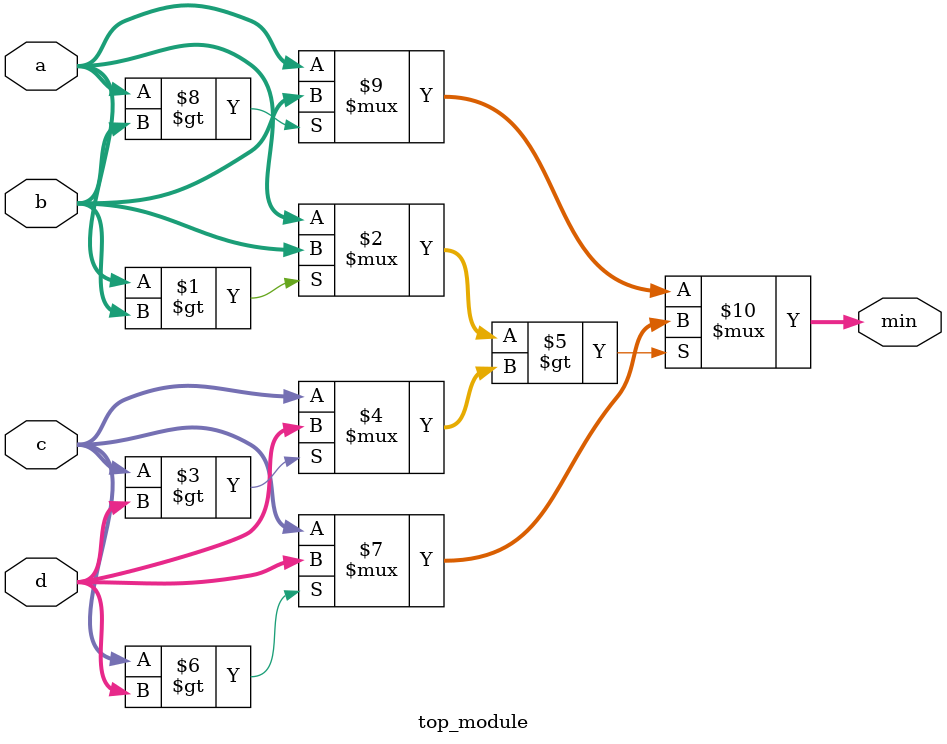
<source format=v>
module top_module (
    input [7:0] a, b, c, d,
    output [7:0] min);//

    // assign intermediate_result1 = compare? true: false;
assign min = ((a>b)?b:a) > ((c>d)?d:c)?((c>d)?d:c):((a>b)?b:a);
endmodule

</source>
